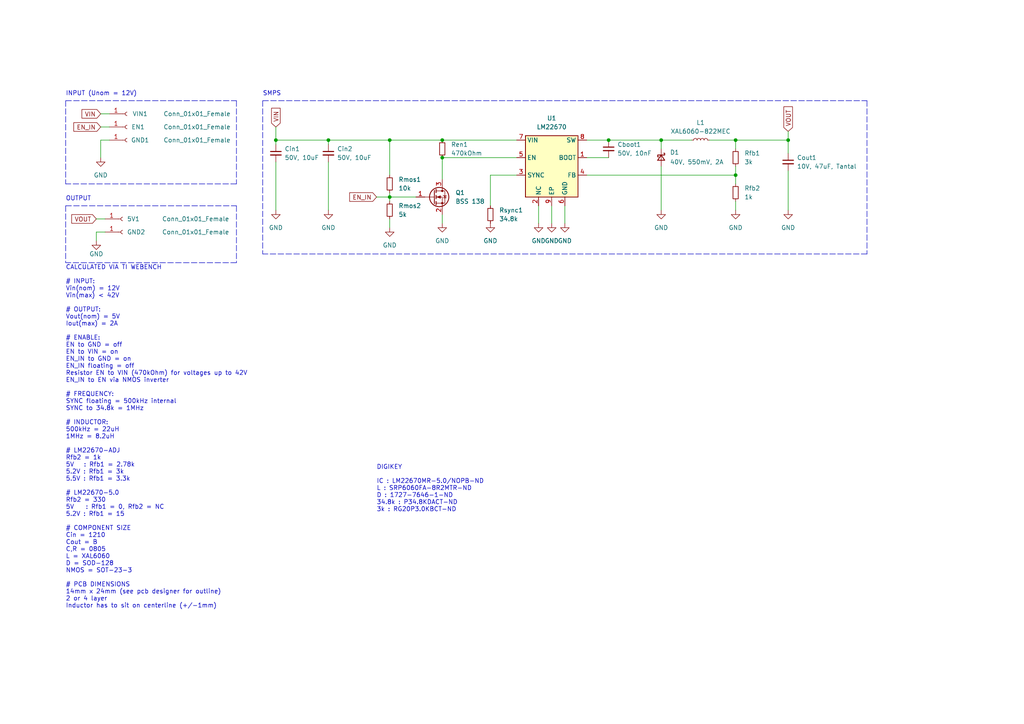
<source format=kicad_sch>
(kicad_sch (version 20211123) (generator eeschema)
  (paper "A4")
  (lib_symbols
    (symbol "Connector:Conn_01x01_Female" (pin_names (offset 1.016) hide)
      (property "Reference" "J" (at 0 2.54 0))
      (property "Value" "Conn_01x01_Female" (at 0 -2.54 0))
      (symbol "Conn_01x01_Female_1_1"
        (polyline (pts (xy -1.27 0) (xy -0.508 0)) (stroke (width 0.1524)))
        (arc (start 0 0.508) (mid -0.508 0) (end 0 -0.508) (stroke (width 0.1524)))
        (pin passive line (at -5.08 0 0) (length 3.81) (name "Pin_1") (number "1"))
      )
    )
    (symbol "Device:C_Small" (pin_numbers hide) (pin_names (offset 0.254) hide)
      (property "Reference" "C" (at 0.254 1.778 0))
      (property "Value" "C_Small" (at 0.254 -2.032 0))
      (symbol "C_Small_0_1"
        (polyline (pts (xy -1.524 -0.508) (xy 1.524 -0.508)) (stroke (width 0.3302)))
        (polyline (pts (xy -1.524 0.508) (xy 1.524 0.508)) (stroke (width 0.3048)))
      )
      (symbol "C_Small_1_1"
        (pin passive line (at 0 2.54 270) (length 2.032) (name "~") (number "1"))
        (pin passive line (at 0 -2.54 90) (length 2.032) (name "~") (number "2"))
      )
    )
    (symbol "Device:D_Schottky_Small" (pin_numbers hide) (pin_names (offset 0.254) hide)
      (property "Reference" "D" (at -1.27 2.032 0))
      (property "Value" "D_Schottky_Small" (at -7.112 -2.032 0))
      (symbol "D_Schottky_Small_0_1"
        (polyline (pts (xy -0.762 0) (xy 0.762 0)))
        (polyline (pts (xy 0.762 -1.016) (xy -0.762 0) (xy 0.762 1.016) (xy 0.762 -1.016)) (stroke (width 0.254)))
        (polyline (pts (xy -1.27 0.762) (xy -1.27 1.016) (xy -0.762 1.016) (xy -0.762 -1.016) (xy -0.254 -1.016) (xy -0.254 -0.762)) (stroke (width 0.254)))
      )
      (symbol "D_Schottky_Small_1_1"
        (pin passive line (at -2.54 0 0) (length 1.778) (name "K") (number "1"))
        (pin passive line (at 2.54 0 180) (length 1.778) (name "A") (number "2"))
      )
    )
    (symbol "Device:L_Small" (pin_numbers hide) (pin_names (offset 0.254) hide)
      (property "Reference" "L" (at 0.762 1.016 0))
      (property "Value" "L_Small" (at 0.762 -1.016 0))
      (symbol "L_Small_0_1"
        (arc (start 0 -2.032) (mid 0.508 -1.524) (end 0 -1.016))
        (arc (start 0 -1.016) (mid 0.508 -0.508) (end 0 0))
        (arc (start 0 0) (mid 0.508 0.508) (end 0 1.016))
        (arc (start 0 1.016) (mid 0.508 1.524) (end 0 2.032))
      )
      (symbol "L_Small_1_1"
        (pin passive line (at 0 2.54 270) (length 0.508) (name "~") (number "1"))
        (pin passive line (at 0 -2.54 90) (length 0.508) (name "~") (number "2"))
      )
    )
    (symbol "Device:Q_NMOS_GSD" (pin_names (offset 0) hide)
      (property "Reference" "Q" (at 5.08 1.27 0))
      (property "Value" "Q_NMOS_GSD" (at 5.08 -1.27 0))
      (symbol "Q_NMOS_GSD_0_1"
        (polyline (pts (xy 0.254 0) (xy -2.54 0)))
        (polyline (pts (xy 0.254 1.905) (xy 0.254 -1.905)) (stroke (width 0.254)))
        (polyline (pts (xy 0.762 -1.27) (xy 0.762 -2.286)) (stroke (width 0.254)))
        (polyline (pts (xy 0.762 0.508) (xy 0.762 -0.508)) (stroke (width 0.254)))
        (polyline (pts (xy 0.762 2.286) (xy 0.762 1.27)) (stroke (width 0.254)))
        (polyline (pts (xy 2.54 2.54) (xy 2.54 1.778)))
        (polyline (pts (xy 2.54 -2.54) (xy 2.54 0) (xy 0.762 0)))
        (polyline (pts (xy 0.762 -1.778) (xy 3.302 -1.778) (xy 3.302 1.778) (xy 0.762 1.778)))
        (polyline (pts (xy 1.016 0) (xy 2.032 0.381) (xy 2.032 -0.381) (xy 1.016 0)) (fill (type outline)))
        (polyline (pts (xy 2.794 0.508) (xy 2.921 0.381) (xy 3.683 0.381) (xy 3.81 0.254)))
        (polyline (pts (xy 3.302 0.381) (xy 2.921 -0.254) (xy 3.683 -0.254) (xy 3.302 0.381)))
        (circle (center 1.651 0) (radius 2.794) (stroke (width 0.254)))
        (circle (center 2.54 -1.778) (radius 0.254) (fill (type outline)))
        (circle (center 2.54 1.778) (radius 0.254) (fill (type outline)))
      )
      (symbol "Q_NMOS_GSD_1_1"
        (pin input line (at -5.08 0 0) (length 2.54) (name "G") (number "1"))
        (pin passive line (at 2.54 -5.08 90) (length 2.54) (name "S") (number "2"))
        (pin passive line (at 2.54 5.08 270) (length 2.54) (name "D") (number "3"))
      )
    )
    (symbol "Device:R_Small" (pin_numbers hide) (pin_names (offset 0.254) hide)
      (property "Reference" "R" (at 0.762 0.508 0))
      (property "Value" "R_Small" (at 0.762 -1.016 0))
      (symbol "R_Small_0_1"
        (rectangle (start -0.762 1.778) (end 0.762 -1.778) (stroke (width 0.2032)))
      )
      (symbol "R_Small_1_1"
        (pin passive line (at 0 2.54 270) (length 0.762) (name "~") (number "1"))
        (pin passive line (at 0 -2.54 90) (length 0.762) (name "~") (number "2"))
      )
    )
    (symbol "Regulator_Switching:LM22676MR-ADJ"
      (property "Reference" "U1" (at 0 12.7 0))
      (property "Value" "LM22670" (at 0 10.16 0))
      (symbol "LM22676MR-ADJ_0_1"
        (rectangle (start -7.62 6.35) (end 7.62 -11.43) (stroke (width 0.254)) (fill (type background)))
      )
      (symbol "LM22676MR-ADJ_1_1"
        (pin input line (at 10.16 0 180) (length 2.54) (name "BOOT") (number "1"))
        (pin power_in line (at -3.81 -13.97 90) (length 2.54) (name "NC") (number "2"))
        (pin input line (at -10.16 -5.08 0) (length 2.54) (name "SYNC") (number "3"))
        (pin input line (at 10.16 -5.08 180) (length 2.54) (name "FB") (number "4"))
        (pin input line (at -10.16 0 0) (length 2.54) (name "EN") (number "5"))
        (pin power_in line (at 3.81 -13.97 90) (length 2.54) (name "GND") (number "6"))
        (pin power_in line (at -10.16 5.08 0) (length 2.54) (name "VIN") (number "7"))
        (pin power_out line (at 10.16 5.08 180) (length 2.54) (name "SW") (number "8"))
        (pin power_in line (at 0 -13.97 90) (length 2.54) (name "EP") (number "9"))
      )
    )
    (symbol "power:GND" (power) (pin_names (offset 0))
      (property "Value" "GND" (at 0 -3.81 0))
      (symbol "GND_0_1"
        (polyline (pts (xy 0 0) (xy 0 -1.27) (xy 1.27 -1.27) (xy 0 -2.54) (xy -1.27 -1.27) (xy 0 -1.27)))
      )
      (symbol "GND_1_1"
        (pin power_in line (at 0 0 270) (length 0) hide (name "GND") (number "1"))
      )
    )
  )
  (junction (at 213.36 40.64))
  (junction (at 128.27 40.64))
  (junction (at 80.01 40.64))
  (junction (at 228.6 40.64))
  (junction (at 113.03 57.15))
  (junction (at 213.36 50.8))
  (junction (at 176.53 40.64))
  (junction (at 128.27 45.72))
  (junction (at 191.77 40.64))
  (junction (at 95.25 40.64))
  (junction (at 113.03 40.64))
  (wire (pts (xy 113.03 57.15) (xy 113.03 58.42)))
  (wire (pts (xy 170.18 45.72) (xy 176.53 45.72)))
  (wire (pts (xy 29.21 40.64) (xy 29.21 45.72)))
  (wire (pts (xy 228.6 38.1) (xy 228.6 40.64)))
  (wire (pts (xy 170.18 50.8) (xy 213.36 50.8)))
  (wire (pts (xy 95.25 40.64) (xy 113.03 40.64)))
  (wire (pts (xy 113.03 40.64) (xy 113.03 50.8)))
  (wire (pts (xy 128.27 40.64) (xy 149.86 40.64)))
  (wire (pts (xy 113.03 63.5) (xy 113.03 66.04)))
  (wire (pts (xy 156.21 59.69) (xy 156.21 64.77)))
  (wire (pts (xy 191.77 40.64) (xy 200.66 40.64)))
  (wire (pts (xy 128.27 45.72) (xy 128.27 52.07)))
  (wire (pts (xy 213.36 50.8) (xy 213.36 53.34)))
  (wire (pts (xy 29.21 36.83) (xy 31.75 36.83)))
  (wire (pts (xy 113.03 57.15) (xy 120.65 57.15)))
  (wire (pts (xy 27.94 63.5) (xy 30.48 63.5)))
  (wire (pts (xy 128.27 62.23) (xy 128.27 64.77)))
  (wire (pts (xy 213.36 58.42) (xy 213.36 60.96)))
  (polyline (pts (xy 68.58 59.69) (xy 68.58 76.2)))
  (wire (pts (xy 191.77 48.26) (xy 191.77 60.96)))
  (polyline (pts (xy 251.46 29.21) (xy 251.46 73.66)))
  (wire (pts (xy 228.6 49.53) (xy 228.6 60.96)))
  (wire (pts (xy 142.24 50.8) (xy 149.86 50.8)))
  (polyline (pts (xy 68.58 29.21) (xy 68.58 53.34)))
  (polyline (pts (xy 19.05 59.69) (xy 68.58 59.69)))
  (polyline (pts (xy 251.46 73.66) (xy 76.2 73.66)))
  (wire (pts (xy 160.02 59.69) (xy 160.02 64.77)))
  (wire (pts (xy 191.77 43.18) (xy 191.77 40.64)))
  (wire (pts (xy 213.36 48.26) (xy 213.36 50.8)))
  (wire (pts (xy 95.25 40.64) (xy 95.25 41.91)))
  (wire (pts (xy 113.03 55.88) (xy 113.03 57.15)))
  (wire (pts (xy 213.36 40.64) (xy 213.36 43.18)))
  (polyline (pts (xy 19.05 29.21) (xy 68.58 29.21)))
  (polyline (pts (xy 68.58 53.34) (xy 19.05 53.34)))
  (wire (pts (xy 128.27 45.72) (xy 149.86 45.72)))
  (wire (pts (xy 80.01 40.64) (xy 80.01 41.91)))
  (wire (pts (xy 113.03 40.64) (xy 128.27 40.64)))
  (wire (pts (xy 163.83 59.69) (xy 163.83 64.77)))
  (wire (pts (xy 27.94 67.31) (xy 30.48 67.31)))
  (wire (pts (xy 31.75 33.02) (xy 29.21 33.02)))
  (wire (pts (xy 109.22 57.15) (xy 113.03 57.15)))
  (wire (pts (xy 95.25 40.64) (xy 80.01 40.64)))
  (wire (pts (xy 80.01 40.64) (xy 80.01 36.83)))
  (wire (pts (xy 228.6 40.64) (xy 228.6 44.45)))
  (wire (pts (xy 31.75 40.64) (xy 29.21 40.64)))
  (wire (pts (xy 27.94 67.31) (xy 27.94 69.85)))
  (wire (pts (xy 170.18 40.64) (xy 176.53 40.64)))
  (polyline (pts (xy 76.2 29.21) (xy 76.2 73.66)))
  (wire (pts (xy 142.24 59.69) (xy 142.24 50.8)))
  (polyline (pts (xy 68.58 76.2) (xy 19.05 76.2)))
  (wire (pts (xy 205.74 40.64) (xy 213.36 40.64)))
  (wire (pts (xy 80.01 46.99) (xy 80.01 60.96)))
  (polyline (pts (xy 76.2 29.21) (xy 251.46 29.21)))
  (wire (pts (xy 176.53 40.64) (xy 191.77 40.64)))
  (polyline (pts (xy 19.05 29.21) (xy 19.05 53.34)))
  (wire (pts (xy 95.25 46.99) (xy 95.25 60.96)))
  (polyline (pts (xy 19.05 59.69) (xy 19.05 76.2)))
  (wire (pts (xy 213.36 40.64) (xy 228.6 40.64)))
  (text "OUTPUT" (at 19.05 58.42 0) (effects (font (size 1.27 1.27)) (justify left bottom)))
  (text "INPUT (Unom = 12V)" (at 19.05 27.94 0) (effects (font (size 1.27 1.27)) (justify left bottom)))
  (text "SMPS" (at 76.2 27.94 0) (effects (font (size 1.27 1.27)) (justify left bottom)))
  (text "DIGIKEY\n\nIC : LM22670MR-5.0/NOPB-ND\nL : SRP6060FA-8R2MTR-ND\nD : 1727-7646-1-ND\n34.8k : P34.8KDACT-ND\n3k : RG20P3.0KBCT-ND" (at 109.22 148.59 0) (effects (font (size 1.27 1.27)) (justify left bottom)))
  (text "CALCULATED VIA TI WEBENCH\n\n# INPUT:\nVin(nom) = 12V\nVin(max) < 42V\n\n# OUTPUT:\nVout(nom) = 5V\nIout(max) = 2A\n\n# ENABLE:\nEN to GND = off\nEN to VIN = on\nEN_IN to GND = on\nEN_IN floating = off\nResistor EN to VIN (470kOhm) for voltages up to 42V\nEN_IN to EN via NMOS inverter\n\n# FREQUENCY:\nSYNC floating = 500kHz internal\nSYNC to 34.8k = 1MHz\n\n# INDUCTOR:\n500kHz = 22uH\n1MHz = 8.2uH\n\n# LM22670-ADJ\nRfb2 = 1k\n5V   : Rfb1 = 2.78k\n5.2V : Rfb1 = 3k\n5.5V : Rfb1 = 3.3k\n\n# LM22670-5.0\nRfb2 = 330\n5V 	 : Rfb1 = 0, Rfb2 = NC\n5.2V : Rfb1 = 15\n\n# COMPONENT SIZE\nCin = 1210\nCout = B\nC,R = 0805\nL = XAL6060\nD = SOD-128\nNMOS = SOT-23-3\n\n# PCB DIMENSIONS\n14mm x 24mm (see pcb designer for outline)\n2 or 4 layer\nInductor has to sit on centerline (+/-1mm)" (at 19.05 176.53 0) (effects (font (size 1.27 1.27)) (justify left bottom)))
  (global_label "VOUT" (shape input) (at 228.6 38.1 90) (property "Intersheet References" "${INTERSHEET_REFS}" (effects hide)))
  (global_label "EN_IN" (shape input) (at 29.21 36.83 180) (property "Intersheet References" "${INTERSHEET_REFS}" (effects hide)))
  (global_label "EN_IN" (shape input) (at 109.22 57.15 180) (property "Intersheet References" "${INTERSHEET_REFS}" (effects hide)))
  (global_label "VIN" (shape input) (at 29.21 33.02 180) (property "Intersheet References" "${INTERSHEET_REFS}" (effects hide)))
  (global_label "VIN" (shape input) (at 80.01 36.83 90) (property "Intersheet References" "${INTERSHEET_REFS}" (effects hide)))
  (global_label "VOUT" (shape input) (at 27.94 63.5 180) (property "Intersheet References" "${INTERSHEET_REFS}" (effects hide)))
  (symbol (lib_id "Device:C_Small") (at 176.53 43.18 0) (unit 1)
    (property "Reference" "Cboot1" (at 179.07 41.9162 0) (effects (justify left)))
    (property "Value" "50V, 10nF" (at 179.07 44.4562 0) (effects (justify left)))
    (property "Footprint" "Capacitor_SMD:C_0805_2012Metric_Pad1.18x1.45mm_HandSolder" (effects hide))
  )
  (symbol (lib_id "power:GND") (at 228.6 60.96 0) (unit 1)
    (property "Reference" "#PWR0107" (effects hide))
    (property "Value" "GND" (at 228.6 66.04 0))
  )
  (symbol (lib_id "Device:R_Small") (at 213.36 55.88 0) (unit 1)
    (property "Reference" "Rfb2" (at 215.9 54.6099 0) (effects (justify left)))
    (property "Value" "1k" (at 215.9 57.15 0) (effects (justify left)))
    (property "Footprint" "Resistor_SMD:R_0805_2012Metric" (effects hide))
  )
  (symbol (lib_id "power:GND") (at 80.01 60.96 0) (unit 1)
    (property "Reference" "#PWR0103" (effects hide))
    (property "Value" "GND" (at 80.01 66.04 0))
  )
  (symbol (lib_id "Device:R_Small") (at 113.03 53.34 0) (unit 1)
    (property "Reference" "Rmos1" (at 115.57 52.0699 0) (effects (justify left)))
    (property "Value" "10k" (at 115.57 54.61 0) (effects (justify left)))
    (property "Footprint" "Resistor_SMD:R_0805_2012Metric" (effects hide))
  )
  (symbol (lib_id "Connector:Conn_01x01_Female") (at 36.83 33.02 0) (mirror x) (unit 1)
    (property "Reference" "VIN1" (at 40.64 33.02 0))
    (property "Value" "Conn_01x01_Female" (at 57.15 33.02 0))
    (property "Footprint" "Connector_Wire:SolderWirePad_1x01_SMD_1x2mm" (effects hide))
  )
  (symbol (lib_id "Device:C_Small") (at 95.25 44.45 0) (unit 1)
    (property "Reference" "Cin2" (at 97.79 43.1862 0) (effects (justify left)))
    (property "Value" "50V, 10uF" (at 97.79 45.7262 0) (effects (justify left)))
    (property "Footprint" "Capacitor_SMD:C_1210_3225Metric" (effects hide))
  )
  (symbol (lib_id "Connector:Conn_01x01_Female") (at 35.56 67.31 0) (unit 1)
    (property "Reference" "GND2" (at 36.83 67.31 0) (effects (justify left)))
    (property "Value" "Conn_01x01_Female" (at 46.99 67.3101 0) (effects (justify left)))
    (property "Footprint" "TestPoint:TestPoint_THTPad_D1.0mm_Drill0.5mm" (effects hide))
  )
  (symbol (lib_id "power:GND") (at 156.21 64.77 0) (unit 1)
    (property "Reference" "#PWR0110" (effects hide))
    (property "Value" "GND" (at 156.21 69.85 0))
  )
  (symbol (lib_id "Connector:Conn_01x01_Female") (at 35.56 63.5 0) (unit 1)
    (property "Reference" "5V1" (at 36.83 63.5 0) (effects (justify left)))
    (property "Value" "Conn_01x01_Female" (at 46.99 63.5001 0) (effects (justify left)))
    (property "Footprint" "TestPoint:TestPoint_THTPad_D1.0mm_Drill0.5mm" (effects hide))
  )
  (symbol (lib_id "Device:D_Schottky_Small") (at 191.77 45.72 270) (unit 1)
    (property "Reference" "D1" (at 194.31 44.1959 90) (effects (justify left)))
    (property "Value" "40V, 550mV, 2A" (at 194.31 46.99 90) (effects (justify left)))
    (property "Footprint" "Diode_SMD:D_SOD-128" (effects hide))
  )
  (symbol (lib_id "Device:R_Small") (at 128.27 43.18 0) (unit 1)
    (property "Reference" "Ren1" (at 130.81 41.9099 0) (effects (justify left)))
    (property "Value" "470kOhm" (at 130.81 44.4499 0) (effects (justify left)))
    (property "Footprint" "Resistor_SMD:R_0805_2012Metric" (effects hide))
  )
  (symbol (lib_id "power:GND") (at 163.83 64.77 0) (unit 1)
    (property "Reference" "#PWR0104" (effects hide))
    (property "Value" "GND" (at 163.83 69.85 0))
  )
  (symbol (lib_id "power:GND") (at 213.36 60.96 0) (unit 1)
    (property "Reference" "#PWR0113" (effects hide))
    (property "Value" "GND" (at 213.36 66.04 0))
  )
  (symbol (lib_id "power:GND") (at 128.27 64.77 0) (unit 1)
    (property "Reference" "#PWR0108" (effects hide))
    (property "Value" "GND" (at 128.27 69.85 0))
  )
  (symbol (lib_id "Device:Q_NMOS_GSD") (at 125.73 57.15 0) (unit 1)
    (property "Reference" "Q1" (at 132.08 55.8799 0) (effects (justify left)))
    (property "Value" "BSS 138" (at 132.08 58.42 0) (effects (justify left)))
    (property "Footprint" "Package_TO_SOT_SMD:SOT-23W" (effects hide))
  )
  (symbol (lib_id "Connector:Conn_01x01_Female") (at 36.83 36.83 0) (unit 1)
    (property "Reference" "EN1" (at 38.1 36.8299 0) (effects (justify left)))
    (property "Value" "Conn_01x01_Female" (at 57.15 36.83 0))
    (property "Footprint" "TestPoint:TestPoint_THTPad_D1.0mm_Drill0.5mm" (effects hide))
  )
  (symbol (lib_id "Device:R_Small") (at 113.03 60.96 0) (unit 1)
    (property "Reference" "Rmos2" (at 115.57 59.6899 0) (effects (justify left)))
    (property "Value" "5k" (at 115.57 62.2299 0) (effects (justify left)))
    (property "Footprint" "Resistor_SMD:R_0805_2012Metric" (effects hide))
  )
  (symbol (lib_id "Connector:Conn_01x01_Female") (at 36.83 40.64 0) (mirror x) (unit 1)
    (property "Reference" "GND1" (at 40.64 40.64 0))
    (property "Value" "Conn_01x01_Female" (at 57.15 40.64 0))
    (property "Footprint" "Connector_Wire:SolderWirePad_1x01_SMD_1x2mm" (effects hide))
  )
  (symbol (lib_id "Device:L_Small") (at 203.2 40.64 90) (unit 1)
    (property "Reference" "L1" (at 203.2 35.56 90))
    (property "Value" "XAL6060-822MEC" (at 203.2 38.1 90))
    (property "Footprint" "Inductor_SMD:L_Coilcraft_XAL60xx_6.36x6.56mm" (effects hide))
    (property "Datasheet" "Panasonic ETQP5M 0854" (effects hide))
  )
  (symbol (lib_id "Device:C_Small") (at 228.6 46.99 0) (unit 1)
    (property "Reference" "Cout1" (at 231.14 45.7262 0) (effects (justify left)))
    (property "Value" "10V, 47uF, Tantal" (at 231.14 48.2662 0) (effects (justify left)))
    (property "Footprint" "Capacitor_Tantalum_SMD:CP_EIA-3528-21_Kemet-B" (effects hide))
  )
  (symbol (lib_id "Device:R_Small") (at 213.36 45.72 0) (unit 1)
    (property "Reference" "Rfb1" (at 215.9 44.4499 0) (effects (justify left)))
    (property "Value" "3k" (at 215.9 46.9899 0) (effects (justify left)))
    (property "Footprint" "Resistor_SMD:R_0805_2012Metric" (effects hide))
  )
  (symbol (lib_id "Device:R_Small") (at 142.24 62.23 0) (unit 1)
    (property "Reference" "Rsync1" (at 144.78 60.9599 0) (effects (justify left)))
    (property "Value" "34.8k" (at 144.78 63.4999 0) (effects (justify left)))
    (property "Footprint" "Resistor_SMD:R_0805_2012Metric" (effects hide))
  )
  (symbol (lib_id "power:GND") (at 142.24 64.77 0) (unit 1)
    (property "Reference" "#PWR0106" (effects hide))
    (property "Value" "GND" (at 142.24 69.85 0))
  )
  (symbol (lib_id "power:GND") (at 29.21 45.72 0) (mirror y) (unit 1)
    (property "Reference" "#PWR02" (effects hide))
    (property "Value" "GND" (at 29.21 50.8 0))
  )
  (symbol (lib_id "power:GND") (at 160.02 64.77 0) (unit 1)
    (property "Reference" "#PWR0109" (effects hide))
    (property "Value" "GND" (at 160.02 69.85 0))
  )
  (symbol (lib_id "power:GND") (at 27.94 69.85 0) (unit 1)
    (property "Reference" "#PWR03" (effects hide))
    (property "Value" "GND" (at 27.94 73.66 0))
  )
  (symbol (lib_id "Device:C_Small") (at 80.01 44.45 0) (unit 1)
    (property "Reference" "Cin1" (at 82.55 43.1862 0) (effects (justify left)))
    (property "Value" "50V, 10uF" (at 82.55 45.7262 0) (effects (justify left)))
    (property "Footprint" "Capacitor_SMD:C_1210_3225Metric" (effects hide))
  )
  (symbol (lib_id "power:GND") (at 113.03 66.04 0) (unit 1)
    (property "Reference" "#PWR0111" (effects hide))
    (property "Value" "GND" (at 113.03 71.12 0))
  )
  (symbol (lib_id "power:GND") (at 191.77 60.96 0) (unit 1)
    (property "Reference" "#PWR0105" (effects hide))
    (property "Value" "GND" (at 191.77 66.04 0))
  )
  (symbol (lib_id "Regulator_Switching:LM22676MR-ADJ") (at 160.02 45.72 0) (unit 1)
    (property "Reference" "U1" (at 160.02 34.29 0))
    (property "Value" "LM22670" (at 160.02 36.83 0))
    (property "Footprint" "Package_SO:TI_SO-PowerPAD-8" (effects hide))
    (property "Datasheet" "https://www.ti.com/lit/ds/symlink/lm22670-q1.pdf" (effects hide))
  )
  (symbol (lib_id "power:GND") (at 95.25 60.96 0) (unit 1)
    (property "Reference" "#PWR0102" (effects hide))
    (property "Value" "GND" (at 95.25 66.04 0))
  )
)
</source>
